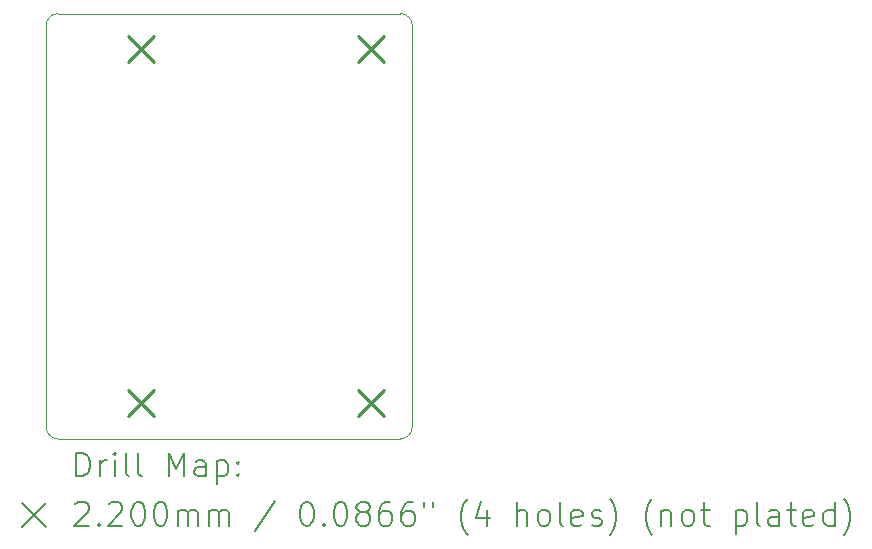
<source format=gbr>
%TF.GenerationSoftware,KiCad,Pcbnew,8.0.4*%
%TF.CreationDate,2024-09-14T10:12:32+02:00*%
%TF.ProjectId,tmc2208-breakout,746d6332-3230-4382-9d62-7265616b6f75,rev?*%
%TF.SameCoordinates,Original*%
%TF.FileFunction,Drillmap*%
%TF.FilePolarity,Positive*%
%FSLAX45Y45*%
G04 Gerber Fmt 4.5, Leading zero omitted, Abs format (unit mm)*
G04 Created by KiCad (PCBNEW 8.0.4) date 2024-09-14 10:12:32*
%MOMM*%
%LPD*%
G01*
G04 APERTURE LIST*
%ADD10C,0.100000*%
%ADD11C,0.200000*%
%ADD12C,0.220000*%
G04 APERTURE END LIST*
D10*
X14150000Y-7300000D02*
X14150000Y-3900000D01*
X14150000Y-3900000D02*
G75*
G02*
X14250000Y-3800000I100000J0D01*
G01*
X17150000Y-3800000D02*
G75*
G02*
X17250000Y-3900000I0J-100000D01*
G01*
X17150000Y-7400000D02*
X14250000Y-7400000D01*
X17250000Y-3900000D02*
X17250000Y-7300000D01*
X15700000Y-3800000D02*
X14250000Y-3800000D01*
X15700000Y-3800000D02*
X17150000Y-3800000D01*
X14250000Y-7400000D02*
G75*
G02*
X14150000Y-7300000I0J100000D01*
G01*
X17250000Y-7300000D02*
G75*
G02*
X17150000Y-7400000I-100000J0D01*
G01*
D11*
D12*
X14840000Y-3990000D02*
X15060000Y-4210000D01*
X15060000Y-3990000D02*
X14840000Y-4210000D01*
X14840000Y-6990000D02*
X15060000Y-7210000D01*
X15060000Y-6990000D02*
X14840000Y-7210000D01*
X16790000Y-3990000D02*
X17010000Y-4210000D01*
X17010000Y-3990000D02*
X16790000Y-4210000D01*
X16790000Y-6990000D02*
X17010000Y-7210000D01*
X17010000Y-6990000D02*
X16790000Y-7210000D01*
D11*
X14405777Y-7716484D02*
X14405777Y-7516484D01*
X14405777Y-7516484D02*
X14453396Y-7516484D01*
X14453396Y-7516484D02*
X14481967Y-7526008D01*
X14481967Y-7526008D02*
X14501015Y-7545055D01*
X14501015Y-7545055D02*
X14510539Y-7564103D01*
X14510539Y-7564103D02*
X14520062Y-7602198D01*
X14520062Y-7602198D02*
X14520062Y-7630769D01*
X14520062Y-7630769D02*
X14510539Y-7668865D01*
X14510539Y-7668865D02*
X14501015Y-7687912D01*
X14501015Y-7687912D02*
X14481967Y-7706960D01*
X14481967Y-7706960D02*
X14453396Y-7716484D01*
X14453396Y-7716484D02*
X14405777Y-7716484D01*
X14605777Y-7716484D02*
X14605777Y-7583150D01*
X14605777Y-7621246D02*
X14615301Y-7602198D01*
X14615301Y-7602198D02*
X14624824Y-7592674D01*
X14624824Y-7592674D02*
X14643872Y-7583150D01*
X14643872Y-7583150D02*
X14662920Y-7583150D01*
X14729586Y-7716484D02*
X14729586Y-7583150D01*
X14729586Y-7516484D02*
X14720062Y-7526008D01*
X14720062Y-7526008D02*
X14729586Y-7535531D01*
X14729586Y-7535531D02*
X14739110Y-7526008D01*
X14739110Y-7526008D02*
X14729586Y-7516484D01*
X14729586Y-7516484D02*
X14729586Y-7535531D01*
X14853396Y-7716484D02*
X14834348Y-7706960D01*
X14834348Y-7706960D02*
X14824824Y-7687912D01*
X14824824Y-7687912D02*
X14824824Y-7516484D01*
X14958158Y-7716484D02*
X14939110Y-7706960D01*
X14939110Y-7706960D02*
X14929586Y-7687912D01*
X14929586Y-7687912D02*
X14929586Y-7516484D01*
X15186729Y-7716484D02*
X15186729Y-7516484D01*
X15186729Y-7516484D02*
X15253396Y-7659341D01*
X15253396Y-7659341D02*
X15320062Y-7516484D01*
X15320062Y-7516484D02*
X15320062Y-7716484D01*
X15501015Y-7716484D02*
X15501015Y-7611722D01*
X15501015Y-7611722D02*
X15491491Y-7592674D01*
X15491491Y-7592674D02*
X15472443Y-7583150D01*
X15472443Y-7583150D02*
X15434348Y-7583150D01*
X15434348Y-7583150D02*
X15415301Y-7592674D01*
X15501015Y-7706960D02*
X15481967Y-7716484D01*
X15481967Y-7716484D02*
X15434348Y-7716484D01*
X15434348Y-7716484D02*
X15415301Y-7706960D01*
X15415301Y-7706960D02*
X15405777Y-7687912D01*
X15405777Y-7687912D02*
X15405777Y-7668865D01*
X15405777Y-7668865D02*
X15415301Y-7649817D01*
X15415301Y-7649817D02*
X15434348Y-7640293D01*
X15434348Y-7640293D02*
X15481967Y-7640293D01*
X15481967Y-7640293D02*
X15501015Y-7630769D01*
X15596253Y-7583150D02*
X15596253Y-7783150D01*
X15596253Y-7592674D02*
X15615301Y-7583150D01*
X15615301Y-7583150D02*
X15653396Y-7583150D01*
X15653396Y-7583150D02*
X15672443Y-7592674D01*
X15672443Y-7592674D02*
X15681967Y-7602198D01*
X15681967Y-7602198D02*
X15691491Y-7621246D01*
X15691491Y-7621246D02*
X15691491Y-7678388D01*
X15691491Y-7678388D02*
X15681967Y-7697436D01*
X15681967Y-7697436D02*
X15672443Y-7706960D01*
X15672443Y-7706960D02*
X15653396Y-7716484D01*
X15653396Y-7716484D02*
X15615301Y-7716484D01*
X15615301Y-7716484D02*
X15596253Y-7706960D01*
X15777205Y-7697436D02*
X15786729Y-7706960D01*
X15786729Y-7706960D02*
X15777205Y-7716484D01*
X15777205Y-7716484D02*
X15767682Y-7706960D01*
X15767682Y-7706960D02*
X15777205Y-7697436D01*
X15777205Y-7697436D02*
X15777205Y-7716484D01*
X15777205Y-7592674D02*
X15786729Y-7602198D01*
X15786729Y-7602198D02*
X15777205Y-7611722D01*
X15777205Y-7611722D02*
X15767682Y-7602198D01*
X15767682Y-7602198D02*
X15777205Y-7592674D01*
X15777205Y-7592674D02*
X15777205Y-7611722D01*
X13945000Y-7945000D02*
X14145000Y-8145000D01*
X14145000Y-7945000D02*
X13945000Y-8145000D01*
X14396253Y-7955531D02*
X14405777Y-7946008D01*
X14405777Y-7946008D02*
X14424824Y-7936484D01*
X14424824Y-7936484D02*
X14472443Y-7936484D01*
X14472443Y-7936484D02*
X14491491Y-7946008D01*
X14491491Y-7946008D02*
X14501015Y-7955531D01*
X14501015Y-7955531D02*
X14510539Y-7974579D01*
X14510539Y-7974579D02*
X14510539Y-7993627D01*
X14510539Y-7993627D02*
X14501015Y-8022198D01*
X14501015Y-8022198D02*
X14386729Y-8136484D01*
X14386729Y-8136484D02*
X14510539Y-8136484D01*
X14596253Y-8117436D02*
X14605777Y-8126960D01*
X14605777Y-8126960D02*
X14596253Y-8136484D01*
X14596253Y-8136484D02*
X14586729Y-8126960D01*
X14586729Y-8126960D02*
X14596253Y-8117436D01*
X14596253Y-8117436D02*
X14596253Y-8136484D01*
X14681967Y-7955531D02*
X14691491Y-7946008D01*
X14691491Y-7946008D02*
X14710539Y-7936484D01*
X14710539Y-7936484D02*
X14758158Y-7936484D01*
X14758158Y-7936484D02*
X14777205Y-7946008D01*
X14777205Y-7946008D02*
X14786729Y-7955531D01*
X14786729Y-7955531D02*
X14796253Y-7974579D01*
X14796253Y-7974579D02*
X14796253Y-7993627D01*
X14796253Y-7993627D02*
X14786729Y-8022198D01*
X14786729Y-8022198D02*
X14672443Y-8136484D01*
X14672443Y-8136484D02*
X14796253Y-8136484D01*
X14920062Y-7936484D02*
X14939110Y-7936484D01*
X14939110Y-7936484D02*
X14958158Y-7946008D01*
X14958158Y-7946008D02*
X14967682Y-7955531D01*
X14967682Y-7955531D02*
X14977205Y-7974579D01*
X14977205Y-7974579D02*
X14986729Y-8012674D01*
X14986729Y-8012674D02*
X14986729Y-8060293D01*
X14986729Y-8060293D02*
X14977205Y-8098388D01*
X14977205Y-8098388D02*
X14967682Y-8117436D01*
X14967682Y-8117436D02*
X14958158Y-8126960D01*
X14958158Y-8126960D02*
X14939110Y-8136484D01*
X14939110Y-8136484D02*
X14920062Y-8136484D01*
X14920062Y-8136484D02*
X14901015Y-8126960D01*
X14901015Y-8126960D02*
X14891491Y-8117436D01*
X14891491Y-8117436D02*
X14881967Y-8098388D01*
X14881967Y-8098388D02*
X14872443Y-8060293D01*
X14872443Y-8060293D02*
X14872443Y-8012674D01*
X14872443Y-8012674D02*
X14881967Y-7974579D01*
X14881967Y-7974579D02*
X14891491Y-7955531D01*
X14891491Y-7955531D02*
X14901015Y-7946008D01*
X14901015Y-7946008D02*
X14920062Y-7936484D01*
X15110539Y-7936484D02*
X15129586Y-7936484D01*
X15129586Y-7936484D02*
X15148634Y-7946008D01*
X15148634Y-7946008D02*
X15158158Y-7955531D01*
X15158158Y-7955531D02*
X15167682Y-7974579D01*
X15167682Y-7974579D02*
X15177205Y-8012674D01*
X15177205Y-8012674D02*
X15177205Y-8060293D01*
X15177205Y-8060293D02*
X15167682Y-8098388D01*
X15167682Y-8098388D02*
X15158158Y-8117436D01*
X15158158Y-8117436D02*
X15148634Y-8126960D01*
X15148634Y-8126960D02*
X15129586Y-8136484D01*
X15129586Y-8136484D02*
X15110539Y-8136484D01*
X15110539Y-8136484D02*
X15091491Y-8126960D01*
X15091491Y-8126960D02*
X15081967Y-8117436D01*
X15081967Y-8117436D02*
X15072443Y-8098388D01*
X15072443Y-8098388D02*
X15062920Y-8060293D01*
X15062920Y-8060293D02*
X15062920Y-8012674D01*
X15062920Y-8012674D02*
X15072443Y-7974579D01*
X15072443Y-7974579D02*
X15081967Y-7955531D01*
X15081967Y-7955531D02*
X15091491Y-7946008D01*
X15091491Y-7946008D02*
X15110539Y-7936484D01*
X15262920Y-8136484D02*
X15262920Y-8003150D01*
X15262920Y-8022198D02*
X15272443Y-8012674D01*
X15272443Y-8012674D02*
X15291491Y-8003150D01*
X15291491Y-8003150D02*
X15320063Y-8003150D01*
X15320063Y-8003150D02*
X15339110Y-8012674D01*
X15339110Y-8012674D02*
X15348634Y-8031722D01*
X15348634Y-8031722D02*
X15348634Y-8136484D01*
X15348634Y-8031722D02*
X15358158Y-8012674D01*
X15358158Y-8012674D02*
X15377205Y-8003150D01*
X15377205Y-8003150D02*
X15405777Y-8003150D01*
X15405777Y-8003150D02*
X15424824Y-8012674D01*
X15424824Y-8012674D02*
X15434348Y-8031722D01*
X15434348Y-8031722D02*
X15434348Y-8136484D01*
X15529586Y-8136484D02*
X15529586Y-8003150D01*
X15529586Y-8022198D02*
X15539110Y-8012674D01*
X15539110Y-8012674D02*
X15558158Y-8003150D01*
X15558158Y-8003150D02*
X15586729Y-8003150D01*
X15586729Y-8003150D02*
X15605777Y-8012674D01*
X15605777Y-8012674D02*
X15615301Y-8031722D01*
X15615301Y-8031722D02*
X15615301Y-8136484D01*
X15615301Y-8031722D02*
X15624824Y-8012674D01*
X15624824Y-8012674D02*
X15643872Y-8003150D01*
X15643872Y-8003150D02*
X15672443Y-8003150D01*
X15672443Y-8003150D02*
X15691491Y-8012674D01*
X15691491Y-8012674D02*
X15701015Y-8031722D01*
X15701015Y-8031722D02*
X15701015Y-8136484D01*
X16091491Y-7926960D02*
X15920063Y-8184103D01*
X16348634Y-7936484D02*
X16367682Y-7936484D01*
X16367682Y-7936484D02*
X16386729Y-7946008D01*
X16386729Y-7946008D02*
X16396253Y-7955531D01*
X16396253Y-7955531D02*
X16405777Y-7974579D01*
X16405777Y-7974579D02*
X16415301Y-8012674D01*
X16415301Y-8012674D02*
X16415301Y-8060293D01*
X16415301Y-8060293D02*
X16405777Y-8098388D01*
X16405777Y-8098388D02*
X16396253Y-8117436D01*
X16396253Y-8117436D02*
X16386729Y-8126960D01*
X16386729Y-8126960D02*
X16367682Y-8136484D01*
X16367682Y-8136484D02*
X16348634Y-8136484D01*
X16348634Y-8136484D02*
X16329586Y-8126960D01*
X16329586Y-8126960D02*
X16320063Y-8117436D01*
X16320063Y-8117436D02*
X16310539Y-8098388D01*
X16310539Y-8098388D02*
X16301015Y-8060293D01*
X16301015Y-8060293D02*
X16301015Y-8012674D01*
X16301015Y-8012674D02*
X16310539Y-7974579D01*
X16310539Y-7974579D02*
X16320063Y-7955531D01*
X16320063Y-7955531D02*
X16329586Y-7946008D01*
X16329586Y-7946008D02*
X16348634Y-7936484D01*
X16501015Y-8117436D02*
X16510539Y-8126960D01*
X16510539Y-8126960D02*
X16501015Y-8136484D01*
X16501015Y-8136484D02*
X16491491Y-8126960D01*
X16491491Y-8126960D02*
X16501015Y-8117436D01*
X16501015Y-8117436D02*
X16501015Y-8136484D01*
X16634348Y-7936484D02*
X16653396Y-7936484D01*
X16653396Y-7936484D02*
X16672444Y-7946008D01*
X16672444Y-7946008D02*
X16681967Y-7955531D01*
X16681967Y-7955531D02*
X16691491Y-7974579D01*
X16691491Y-7974579D02*
X16701015Y-8012674D01*
X16701015Y-8012674D02*
X16701015Y-8060293D01*
X16701015Y-8060293D02*
X16691491Y-8098388D01*
X16691491Y-8098388D02*
X16681967Y-8117436D01*
X16681967Y-8117436D02*
X16672444Y-8126960D01*
X16672444Y-8126960D02*
X16653396Y-8136484D01*
X16653396Y-8136484D02*
X16634348Y-8136484D01*
X16634348Y-8136484D02*
X16615301Y-8126960D01*
X16615301Y-8126960D02*
X16605777Y-8117436D01*
X16605777Y-8117436D02*
X16596253Y-8098388D01*
X16596253Y-8098388D02*
X16586729Y-8060293D01*
X16586729Y-8060293D02*
X16586729Y-8012674D01*
X16586729Y-8012674D02*
X16596253Y-7974579D01*
X16596253Y-7974579D02*
X16605777Y-7955531D01*
X16605777Y-7955531D02*
X16615301Y-7946008D01*
X16615301Y-7946008D02*
X16634348Y-7936484D01*
X16815301Y-8022198D02*
X16796253Y-8012674D01*
X16796253Y-8012674D02*
X16786729Y-8003150D01*
X16786729Y-8003150D02*
X16777206Y-7984103D01*
X16777206Y-7984103D02*
X16777206Y-7974579D01*
X16777206Y-7974579D02*
X16786729Y-7955531D01*
X16786729Y-7955531D02*
X16796253Y-7946008D01*
X16796253Y-7946008D02*
X16815301Y-7936484D01*
X16815301Y-7936484D02*
X16853396Y-7936484D01*
X16853396Y-7936484D02*
X16872444Y-7946008D01*
X16872444Y-7946008D02*
X16881968Y-7955531D01*
X16881968Y-7955531D02*
X16891491Y-7974579D01*
X16891491Y-7974579D02*
X16891491Y-7984103D01*
X16891491Y-7984103D02*
X16881968Y-8003150D01*
X16881968Y-8003150D02*
X16872444Y-8012674D01*
X16872444Y-8012674D02*
X16853396Y-8022198D01*
X16853396Y-8022198D02*
X16815301Y-8022198D01*
X16815301Y-8022198D02*
X16796253Y-8031722D01*
X16796253Y-8031722D02*
X16786729Y-8041246D01*
X16786729Y-8041246D02*
X16777206Y-8060293D01*
X16777206Y-8060293D02*
X16777206Y-8098388D01*
X16777206Y-8098388D02*
X16786729Y-8117436D01*
X16786729Y-8117436D02*
X16796253Y-8126960D01*
X16796253Y-8126960D02*
X16815301Y-8136484D01*
X16815301Y-8136484D02*
X16853396Y-8136484D01*
X16853396Y-8136484D02*
X16872444Y-8126960D01*
X16872444Y-8126960D02*
X16881968Y-8117436D01*
X16881968Y-8117436D02*
X16891491Y-8098388D01*
X16891491Y-8098388D02*
X16891491Y-8060293D01*
X16891491Y-8060293D02*
X16881968Y-8041246D01*
X16881968Y-8041246D02*
X16872444Y-8031722D01*
X16872444Y-8031722D02*
X16853396Y-8022198D01*
X17062920Y-7936484D02*
X17024825Y-7936484D01*
X17024825Y-7936484D02*
X17005777Y-7946008D01*
X17005777Y-7946008D02*
X16996253Y-7955531D01*
X16996253Y-7955531D02*
X16977206Y-7984103D01*
X16977206Y-7984103D02*
X16967682Y-8022198D01*
X16967682Y-8022198D02*
X16967682Y-8098388D01*
X16967682Y-8098388D02*
X16977206Y-8117436D01*
X16977206Y-8117436D02*
X16986729Y-8126960D01*
X16986729Y-8126960D02*
X17005777Y-8136484D01*
X17005777Y-8136484D02*
X17043872Y-8136484D01*
X17043872Y-8136484D02*
X17062920Y-8126960D01*
X17062920Y-8126960D02*
X17072444Y-8117436D01*
X17072444Y-8117436D02*
X17081968Y-8098388D01*
X17081968Y-8098388D02*
X17081968Y-8050769D01*
X17081968Y-8050769D02*
X17072444Y-8031722D01*
X17072444Y-8031722D02*
X17062920Y-8022198D01*
X17062920Y-8022198D02*
X17043872Y-8012674D01*
X17043872Y-8012674D02*
X17005777Y-8012674D01*
X17005777Y-8012674D02*
X16986729Y-8022198D01*
X16986729Y-8022198D02*
X16977206Y-8031722D01*
X16977206Y-8031722D02*
X16967682Y-8050769D01*
X17253396Y-7936484D02*
X17215301Y-7936484D01*
X17215301Y-7936484D02*
X17196253Y-7946008D01*
X17196253Y-7946008D02*
X17186729Y-7955531D01*
X17186729Y-7955531D02*
X17167682Y-7984103D01*
X17167682Y-7984103D02*
X17158158Y-8022198D01*
X17158158Y-8022198D02*
X17158158Y-8098388D01*
X17158158Y-8098388D02*
X17167682Y-8117436D01*
X17167682Y-8117436D02*
X17177206Y-8126960D01*
X17177206Y-8126960D02*
X17196253Y-8136484D01*
X17196253Y-8136484D02*
X17234349Y-8136484D01*
X17234349Y-8136484D02*
X17253396Y-8126960D01*
X17253396Y-8126960D02*
X17262920Y-8117436D01*
X17262920Y-8117436D02*
X17272444Y-8098388D01*
X17272444Y-8098388D02*
X17272444Y-8050769D01*
X17272444Y-8050769D02*
X17262920Y-8031722D01*
X17262920Y-8031722D02*
X17253396Y-8022198D01*
X17253396Y-8022198D02*
X17234349Y-8012674D01*
X17234349Y-8012674D02*
X17196253Y-8012674D01*
X17196253Y-8012674D02*
X17177206Y-8022198D01*
X17177206Y-8022198D02*
X17167682Y-8031722D01*
X17167682Y-8031722D02*
X17158158Y-8050769D01*
X17348634Y-7936484D02*
X17348634Y-7974579D01*
X17424825Y-7936484D02*
X17424825Y-7974579D01*
X17720063Y-8212674D02*
X17710539Y-8203150D01*
X17710539Y-8203150D02*
X17691491Y-8174579D01*
X17691491Y-8174579D02*
X17681968Y-8155531D01*
X17681968Y-8155531D02*
X17672444Y-8126960D01*
X17672444Y-8126960D02*
X17662920Y-8079341D01*
X17662920Y-8079341D02*
X17662920Y-8041246D01*
X17662920Y-8041246D02*
X17672444Y-7993627D01*
X17672444Y-7993627D02*
X17681968Y-7965055D01*
X17681968Y-7965055D02*
X17691491Y-7946008D01*
X17691491Y-7946008D02*
X17710539Y-7917436D01*
X17710539Y-7917436D02*
X17720063Y-7907912D01*
X17881968Y-8003150D02*
X17881968Y-8136484D01*
X17834349Y-7926960D02*
X17786730Y-8069817D01*
X17786730Y-8069817D02*
X17910539Y-8069817D01*
X18139111Y-8136484D02*
X18139111Y-7936484D01*
X18224825Y-8136484D02*
X18224825Y-8031722D01*
X18224825Y-8031722D02*
X18215301Y-8012674D01*
X18215301Y-8012674D02*
X18196253Y-8003150D01*
X18196253Y-8003150D02*
X18167682Y-8003150D01*
X18167682Y-8003150D02*
X18148634Y-8012674D01*
X18148634Y-8012674D02*
X18139111Y-8022198D01*
X18348634Y-8136484D02*
X18329587Y-8126960D01*
X18329587Y-8126960D02*
X18320063Y-8117436D01*
X18320063Y-8117436D02*
X18310539Y-8098388D01*
X18310539Y-8098388D02*
X18310539Y-8041246D01*
X18310539Y-8041246D02*
X18320063Y-8022198D01*
X18320063Y-8022198D02*
X18329587Y-8012674D01*
X18329587Y-8012674D02*
X18348634Y-8003150D01*
X18348634Y-8003150D02*
X18377206Y-8003150D01*
X18377206Y-8003150D02*
X18396253Y-8012674D01*
X18396253Y-8012674D02*
X18405777Y-8022198D01*
X18405777Y-8022198D02*
X18415301Y-8041246D01*
X18415301Y-8041246D02*
X18415301Y-8098388D01*
X18415301Y-8098388D02*
X18405777Y-8117436D01*
X18405777Y-8117436D02*
X18396253Y-8126960D01*
X18396253Y-8126960D02*
X18377206Y-8136484D01*
X18377206Y-8136484D02*
X18348634Y-8136484D01*
X18529587Y-8136484D02*
X18510539Y-8126960D01*
X18510539Y-8126960D02*
X18501015Y-8107912D01*
X18501015Y-8107912D02*
X18501015Y-7936484D01*
X18681968Y-8126960D02*
X18662920Y-8136484D01*
X18662920Y-8136484D02*
X18624825Y-8136484D01*
X18624825Y-8136484D02*
X18605777Y-8126960D01*
X18605777Y-8126960D02*
X18596253Y-8107912D01*
X18596253Y-8107912D02*
X18596253Y-8031722D01*
X18596253Y-8031722D02*
X18605777Y-8012674D01*
X18605777Y-8012674D02*
X18624825Y-8003150D01*
X18624825Y-8003150D02*
X18662920Y-8003150D01*
X18662920Y-8003150D02*
X18681968Y-8012674D01*
X18681968Y-8012674D02*
X18691492Y-8031722D01*
X18691492Y-8031722D02*
X18691492Y-8050769D01*
X18691492Y-8050769D02*
X18596253Y-8069817D01*
X18767682Y-8126960D02*
X18786730Y-8136484D01*
X18786730Y-8136484D02*
X18824825Y-8136484D01*
X18824825Y-8136484D02*
X18843873Y-8126960D01*
X18843873Y-8126960D02*
X18853396Y-8107912D01*
X18853396Y-8107912D02*
X18853396Y-8098388D01*
X18853396Y-8098388D02*
X18843873Y-8079341D01*
X18843873Y-8079341D02*
X18824825Y-8069817D01*
X18824825Y-8069817D02*
X18796253Y-8069817D01*
X18796253Y-8069817D02*
X18777206Y-8060293D01*
X18777206Y-8060293D02*
X18767682Y-8041246D01*
X18767682Y-8041246D02*
X18767682Y-8031722D01*
X18767682Y-8031722D02*
X18777206Y-8012674D01*
X18777206Y-8012674D02*
X18796253Y-8003150D01*
X18796253Y-8003150D02*
X18824825Y-8003150D01*
X18824825Y-8003150D02*
X18843873Y-8012674D01*
X18920063Y-8212674D02*
X18929587Y-8203150D01*
X18929587Y-8203150D02*
X18948634Y-8174579D01*
X18948634Y-8174579D02*
X18958158Y-8155531D01*
X18958158Y-8155531D02*
X18967682Y-8126960D01*
X18967682Y-8126960D02*
X18977206Y-8079341D01*
X18977206Y-8079341D02*
X18977206Y-8041246D01*
X18977206Y-8041246D02*
X18967682Y-7993627D01*
X18967682Y-7993627D02*
X18958158Y-7965055D01*
X18958158Y-7965055D02*
X18948634Y-7946008D01*
X18948634Y-7946008D02*
X18929587Y-7917436D01*
X18929587Y-7917436D02*
X18920063Y-7907912D01*
X19281968Y-8212674D02*
X19272444Y-8203150D01*
X19272444Y-8203150D02*
X19253396Y-8174579D01*
X19253396Y-8174579D02*
X19243873Y-8155531D01*
X19243873Y-8155531D02*
X19234349Y-8126960D01*
X19234349Y-8126960D02*
X19224825Y-8079341D01*
X19224825Y-8079341D02*
X19224825Y-8041246D01*
X19224825Y-8041246D02*
X19234349Y-7993627D01*
X19234349Y-7993627D02*
X19243873Y-7965055D01*
X19243873Y-7965055D02*
X19253396Y-7946008D01*
X19253396Y-7946008D02*
X19272444Y-7917436D01*
X19272444Y-7917436D02*
X19281968Y-7907912D01*
X19358158Y-8003150D02*
X19358158Y-8136484D01*
X19358158Y-8022198D02*
X19367682Y-8012674D01*
X19367682Y-8012674D02*
X19386730Y-8003150D01*
X19386730Y-8003150D02*
X19415301Y-8003150D01*
X19415301Y-8003150D02*
X19434349Y-8012674D01*
X19434349Y-8012674D02*
X19443873Y-8031722D01*
X19443873Y-8031722D02*
X19443873Y-8136484D01*
X19567682Y-8136484D02*
X19548634Y-8126960D01*
X19548634Y-8126960D02*
X19539111Y-8117436D01*
X19539111Y-8117436D02*
X19529587Y-8098388D01*
X19529587Y-8098388D02*
X19529587Y-8041246D01*
X19529587Y-8041246D02*
X19539111Y-8022198D01*
X19539111Y-8022198D02*
X19548634Y-8012674D01*
X19548634Y-8012674D02*
X19567682Y-8003150D01*
X19567682Y-8003150D02*
X19596254Y-8003150D01*
X19596254Y-8003150D02*
X19615301Y-8012674D01*
X19615301Y-8012674D02*
X19624825Y-8022198D01*
X19624825Y-8022198D02*
X19634349Y-8041246D01*
X19634349Y-8041246D02*
X19634349Y-8098388D01*
X19634349Y-8098388D02*
X19624825Y-8117436D01*
X19624825Y-8117436D02*
X19615301Y-8126960D01*
X19615301Y-8126960D02*
X19596254Y-8136484D01*
X19596254Y-8136484D02*
X19567682Y-8136484D01*
X19691492Y-8003150D02*
X19767682Y-8003150D01*
X19720063Y-7936484D02*
X19720063Y-8107912D01*
X19720063Y-8107912D02*
X19729587Y-8126960D01*
X19729587Y-8126960D02*
X19748634Y-8136484D01*
X19748634Y-8136484D02*
X19767682Y-8136484D01*
X19986730Y-8003150D02*
X19986730Y-8203150D01*
X19986730Y-8012674D02*
X20005777Y-8003150D01*
X20005777Y-8003150D02*
X20043873Y-8003150D01*
X20043873Y-8003150D02*
X20062920Y-8012674D01*
X20062920Y-8012674D02*
X20072444Y-8022198D01*
X20072444Y-8022198D02*
X20081968Y-8041246D01*
X20081968Y-8041246D02*
X20081968Y-8098388D01*
X20081968Y-8098388D02*
X20072444Y-8117436D01*
X20072444Y-8117436D02*
X20062920Y-8126960D01*
X20062920Y-8126960D02*
X20043873Y-8136484D01*
X20043873Y-8136484D02*
X20005777Y-8136484D01*
X20005777Y-8136484D02*
X19986730Y-8126960D01*
X20196254Y-8136484D02*
X20177206Y-8126960D01*
X20177206Y-8126960D02*
X20167682Y-8107912D01*
X20167682Y-8107912D02*
X20167682Y-7936484D01*
X20358158Y-8136484D02*
X20358158Y-8031722D01*
X20358158Y-8031722D02*
X20348635Y-8012674D01*
X20348635Y-8012674D02*
X20329587Y-8003150D01*
X20329587Y-8003150D02*
X20291492Y-8003150D01*
X20291492Y-8003150D02*
X20272444Y-8012674D01*
X20358158Y-8126960D02*
X20339111Y-8136484D01*
X20339111Y-8136484D02*
X20291492Y-8136484D01*
X20291492Y-8136484D02*
X20272444Y-8126960D01*
X20272444Y-8126960D02*
X20262920Y-8107912D01*
X20262920Y-8107912D02*
X20262920Y-8088865D01*
X20262920Y-8088865D02*
X20272444Y-8069817D01*
X20272444Y-8069817D02*
X20291492Y-8060293D01*
X20291492Y-8060293D02*
X20339111Y-8060293D01*
X20339111Y-8060293D02*
X20358158Y-8050769D01*
X20424825Y-8003150D02*
X20501015Y-8003150D01*
X20453396Y-7936484D02*
X20453396Y-8107912D01*
X20453396Y-8107912D02*
X20462920Y-8126960D01*
X20462920Y-8126960D02*
X20481968Y-8136484D01*
X20481968Y-8136484D02*
X20501015Y-8136484D01*
X20643873Y-8126960D02*
X20624825Y-8136484D01*
X20624825Y-8136484D02*
X20586730Y-8136484D01*
X20586730Y-8136484D02*
X20567682Y-8126960D01*
X20567682Y-8126960D02*
X20558158Y-8107912D01*
X20558158Y-8107912D02*
X20558158Y-8031722D01*
X20558158Y-8031722D02*
X20567682Y-8012674D01*
X20567682Y-8012674D02*
X20586730Y-8003150D01*
X20586730Y-8003150D02*
X20624825Y-8003150D01*
X20624825Y-8003150D02*
X20643873Y-8012674D01*
X20643873Y-8012674D02*
X20653396Y-8031722D01*
X20653396Y-8031722D02*
X20653396Y-8050769D01*
X20653396Y-8050769D02*
X20558158Y-8069817D01*
X20824825Y-8136484D02*
X20824825Y-7936484D01*
X20824825Y-8126960D02*
X20805777Y-8136484D01*
X20805777Y-8136484D02*
X20767682Y-8136484D01*
X20767682Y-8136484D02*
X20748635Y-8126960D01*
X20748635Y-8126960D02*
X20739111Y-8117436D01*
X20739111Y-8117436D02*
X20729587Y-8098388D01*
X20729587Y-8098388D02*
X20729587Y-8041246D01*
X20729587Y-8041246D02*
X20739111Y-8022198D01*
X20739111Y-8022198D02*
X20748635Y-8012674D01*
X20748635Y-8012674D02*
X20767682Y-8003150D01*
X20767682Y-8003150D02*
X20805777Y-8003150D01*
X20805777Y-8003150D02*
X20824825Y-8012674D01*
X20901016Y-8212674D02*
X20910539Y-8203150D01*
X20910539Y-8203150D02*
X20929587Y-8174579D01*
X20929587Y-8174579D02*
X20939111Y-8155531D01*
X20939111Y-8155531D02*
X20948635Y-8126960D01*
X20948635Y-8126960D02*
X20958158Y-8079341D01*
X20958158Y-8079341D02*
X20958158Y-8041246D01*
X20958158Y-8041246D02*
X20948635Y-7993627D01*
X20948635Y-7993627D02*
X20939111Y-7965055D01*
X20939111Y-7965055D02*
X20929587Y-7946008D01*
X20929587Y-7946008D02*
X20910539Y-7917436D01*
X20910539Y-7917436D02*
X20901016Y-7907912D01*
M02*

</source>
